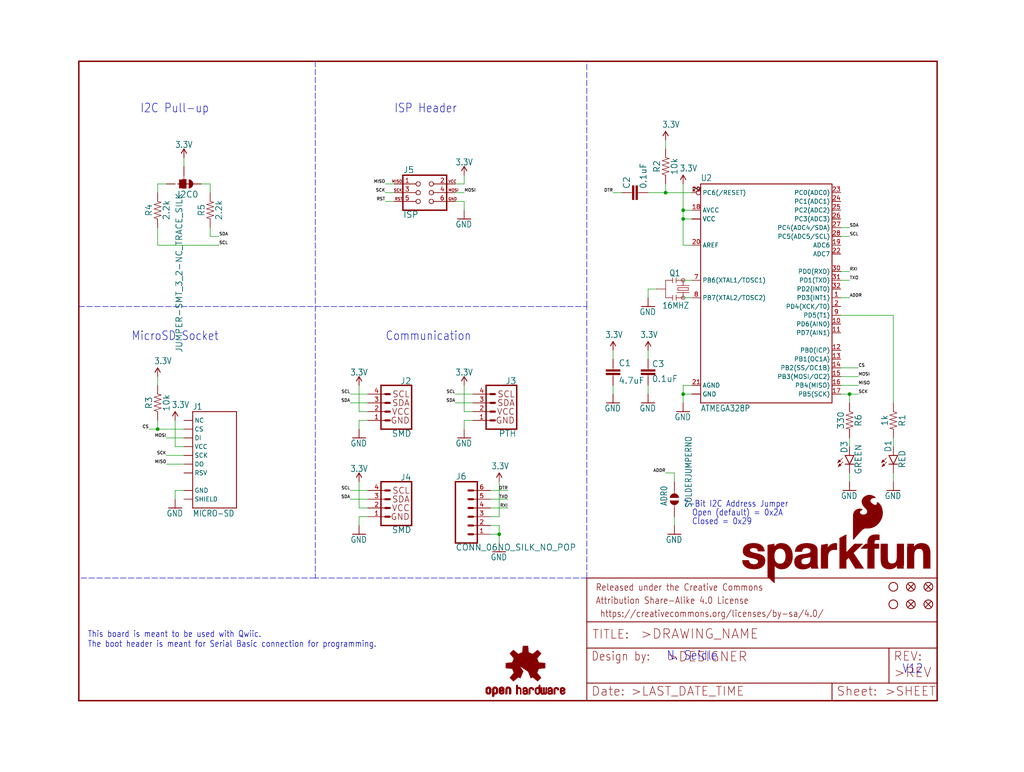
<source format=kicad_sch>
(kicad_sch (version 20211123) (generator eeschema)
  (paper "User" 297.002 223.926)
  (lib_symbols
    (symbol "eagleSchem-eagle-import:0.1UF-0603-25V-(+80{slash}-20%)"
      (property "Reference" "C" (at 1.524 2.921 0))
      (property "Value" "0.1UF-0603-25V-(+80{slash}-20%)" (at 1.524 -2.159 0))
      (symbol "0.1UF-0603-25V-(+80{slash}-20%)_1_0"
        (pin passive line (at 0 5.08 270) (length 2.54) (name "1") (number "1"))
        (pin passive line (at 0 -2.54 90) (length 2.54) (name "2") (number "2"))
      )
    )
    (symbol "eagleSchem-eagle-import:10KOHM-0603-1{slash}10W-1%"
      (property "Reference" "R" (at 0 1.524 0))
      (property "Value" "10KOHM-0603-1{slash}10W-1%" (at 0 -1.524 0))
      (symbol "10KOHM-0603-1{slash}10W-1%_1_0"
        (pin passive line (at -5.08 0 0) (length 2.54) (name "1") (number "1"))
        (pin passive line (at 5.08 0 180) (length 2.54) (name "2") (number "2"))
      )
    )
    (symbol "eagleSchem-eagle-import:1KOHM-0603-1{slash}10W-1%"
      (property "Reference" "R" (at 0 1.524 0))
      (property "Value" "1KOHM-0603-1{slash}10W-1%" (at 0 -1.524 0))
      (symbol "1KOHM-0603-1{slash}10W-1%_1_0"
        (pin passive line (at -5.08 0 0) (length 2.54) (name "1") (number "1"))
        (pin passive line (at 5.08 0 180) (length 2.54) (name "2") (number "2"))
      )
    )
    (symbol "eagleSchem-eagle-import:2.2KOHM-0603-1{slash}10W-1%"
      (property "Reference" "R" (at 0 1.524 0))
      (property "Value" "2.2KOHM-0603-1{slash}10W-1%" (at 0 -1.524 0))
      (symbol "2.2KOHM-0603-1{slash}10W-1%_1_0"
        (pin passive line (at -5.08 0 0) (length 2.54) (name "1") (number "1"))
        (pin passive line (at 5.08 0 180) (length 2.54) (name "2") (number "2"))
      )
    )
    (symbol "eagleSchem-eagle-import:3.3V" (power)
      (property "Value" "3.3V" (at 0 2.794 0))
      (symbol "3.3V_1_0"
        (pin power_in line (at 0 0 90) (length 2.54) (name "3.3V") (number "1"))
      )
    )
    (symbol "eagleSchem-eagle-import:330OHM-0603-1{slash}10W-1%"
      (property "Reference" "R" (at 0 1.524 0))
      (property "Value" "330OHM-0603-1{slash}10W-1%" (at 0 -1.524 0))
      (symbol "330OHM-0603-1{slash}10W-1%_1_0"
        (pin passive line (at -5.08 0 0) (length 2.54) (name "1") (number "1"))
        (pin passive line (at 5.08 0 180) (length 2.54) (name "2") (number "2"))
      )
    )
    (symbol "eagleSchem-eagle-import:4.7UF-0603-6.3V-(10%)"
      (property "Reference" "C" (at 1.524 2.921 0))
      (property "Value" "4.7UF-0603-6.3V-(10%)" (at 1.524 -2.159 0))
      (symbol "4.7UF-0603-6.3V-(10%)_1_0"
        (pin passive line (at 0 5.08 270) (length 2.54) (name "1") (number "1"))
        (pin passive line (at 0 -2.54 90) (length 2.54) (name "2") (number "2"))
      )
    )
    (symbol "eagleSchem-eagle-import:ATMEGA328P_TQFP"
      (property "Reference" "U" (at -20.32 33.782 0))
      (property "Value" "ATMEGA328P_TQFP" (at -20.32 -33.02 0))
      (symbol "ATMEGA328P_TQFP_1_0"
        (pin bidirectional line (at 20.32 0 180) (length 2.54) (name "PD3(INT1)") (number "1"))
        (pin bidirectional line (at 20.32 -7.62 180) (length 2.54) (name "PD6(AIN0)") (number "10"))
        (pin bidirectional line (at 20.32 -10.16 180) (length 2.54) (name "PD7(AIN1)") (number "11"))
        (pin bidirectional line (at 20.32 -15.24 180) (length 2.54) (name "PB0(ICP)") (number "12"))
        (pin bidirectional line (at 20.32 -17.78 180) (length 2.54) (name "PB1(OC1A)") (number "13"))
        (pin bidirectional line (at 20.32 -20.32 180) (length 2.54) (name "PB2(SS/OC1B)") (number "14"))
        (pin bidirectional line (at 20.32 -22.86 180) (length 2.54) (name "PB3(MOSI/OC2)") (number "15"))
        (pin bidirectional line (at 20.32 -25.4 180) (length 2.54) (name "PB4(MISO)") (number "16"))
        (pin bidirectional line (at 20.32 -27.94 180) (length 2.54) (name "PB5(SCK)") (number "17"))
        (pin bidirectional line (at -22.86 25.4 0) (length 2.54) (name "AVCC") (number "18"))
        (pin bidirectional line (at 20.32 15.24 180) (length 2.54) (name "ADC6") (number "19"))
        (pin bidirectional line (at 20.32 -2.54 180) (length 2.54) (name "PD4(XCK/T0)") (number "2"))
        (pin bidirectional line (at -22.86 15.24 0) (length 2.54) (name "AREF") (number "20"))
        (pin bidirectional line (at -22.86 -25.4 0) (length 2.54) (name "AGND") (number "21"))
        (pin bidirectional line (at 20.32 12.7 180) (length 2.54) (name "ADC7") (number "22"))
        (pin bidirectional line (at 20.32 30.48 180) (length 2.54) (name "PC0(ADC0)") (number "23"))
        (pin bidirectional line (at 20.32 27.94 180) (length 2.54) (name "PC1(ADC1)") (number "24"))
        (pin bidirectional line (at 20.32 25.4 180) (length 2.54) (name "PC2(ADC2)") (number "25"))
        (pin bidirectional line (at 20.32 22.86 180) (length 2.54) (name "PC3(ADC3)") (number "26"))
        (pin bidirectional line (at 20.32 20.32 180) (length 2.54) (name "PC4(ADC4/SDA)") (number "27"))
        (pin bidirectional line (at 20.32 17.78 180) (length 2.54) (name "PC5(ADC5/SCL)") (number "28"))
        (pin bidirectional inverted (at -22.86 30.48 0) (length 2.54) (name "PC6(/RESET)") (number "29"))
        (pin bidirectional line (at -22.86 -27.94 0) (length 2.54) (name "GND") (number "3"))
        (pin bidirectional line (at 20.32 7.62 180) (length 2.54) (name "PD0(RXD)") (number "30"))
        (pin bidirectional line (at 20.32 5.08 180) (length 2.54) (name "PD1(TXD)") (number "31"))
        (pin bidirectional line (at 20.32 2.54 180) (length 2.54) (name "PD2(INT0)") (number "32"))
        (pin bidirectional line (at -22.86 22.86 0) (length 2.54) (name "VCC") (number "4"))
        (pin bidirectional line (at -22.86 -27.94 0) (length 2.54) (name "GND") (number "5"))
        (pin bidirectional line (at -22.86 22.86 0) (length 2.54) (name "VCC") (number "6"))
        (pin bidirectional line (at -22.86 5.08 0) (length 2.54) (name "PB6(XTAL1/TOSC1)") (number "7"))
        (pin bidirectional line (at -22.86 0 0) (length 2.54) (name "PB7(XTAL2/TOSC2)") (number "8"))
        (pin bidirectional line (at 20.32 -5.08 180) (length 2.54) (name "PD5(T1)") (number "9"))
      )
    )
    (symbol "eagleSchem-eagle-import:AVR_SPI_PROG_3X2TESTPOINTS"
      (property "Reference" "J" (at -5.08 5.588 0))
      (property "Value" "AVR_SPI_PROG_3X2TESTPOINTS" (at -5.08 -7.366 0))
      (symbol "AVR_SPI_PROG_3X2TESTPOINTS_1_0"
        (text "GND" (at 8.001 -2.286 0) (effects (font (size 0.8128 0.8128)) (justify left bottom)))
        (text "MISO" (at -5.207 2.794 0) (effects (font (size 0.8128 0.8128)) (justify right bottom)))
        (text "MOSI" (at 8.001 0.254 0) (effects (font (size 0.8128 0.8128)) (justify left bottom)))
        (text "RST" (at -5.08 -2.286 0) (effects (font (size 0.8128 0.8128)) (justify right bottom)))
        (text "SCK" (at -5.207 0.254 0) (effects (font (size 0.8128 0.8128)) (justify right bottom)))
        (text "VCC" (at 8.001 2.794 0) (effects (font (size 0.8128 0.8128)) (justify left bottom)))
        (pin passive inverted (at -7.62 2.54 0) (length 7.62) (name "1") (number "1"))
        (pin passive inverted (at 10.16 2.54 180) (length 7.62) (name "2") (number "2"))
        (pin passive inverted (at -7.62 0 0) (length 7.62) (name "3") (number "3"))
        (pin passive inverted (at 10.16 0 180) (length 7.62) (name "4") (number "4"))
        (pin passive inverted (at -7.62 -2.54 0) (length 7.62) (name "5") (number "5"))
        (pin passive inverted (at 10.16 -2.54 180) (length 7.62) (name "6") (number "6"))
      )
    )
    (symbol "eagleSchem-eagle-import:CONN_06NO_SILK_NO_POP"
      (property "Reference" "J" (at -5.08 10.668 0))
      (property "Value" "CONN_06NO_SILK_NO_POP" (at -5.08 -9.906 0))
      (symbol "CONN_06NO_SILK_NO_POP_1_0"
        (pin passive line (at 5.08 -5.08 180) (length 5.08) (name "1") (number "1"))
        (pin passive line (at 5.08 -2.54 180) (length 5.08) (name "2") (number "2"))
        (pin passive line (at 5.08 0 180) (length 5.08) (name "3") (number "3"))
        (pin passive line (at 5.08 2.54 180) (length 5.08) (name "4") (number "4"))
        (pin passive line (at 5.08 5.08 180) (length 5.08) (name "5") (number "5"))
        (pin passive line (at 5.08 7.62 180) (length 5.08) (name "6") (number "6"))
      )
    )
    (symbol "eagleSchem-eagle-import:FIDUCIALUFIDUCIAL")
    (symbol "eagleSchem-eagle-import:FRAME-LETTER"
      (symbol "FRAME-LETTER_2_0"
        (text " https://creativecommons.org/licenses/by-sa/4.0/" (at 2.54 24.13 0) (effects (font (size 1.9304 1.6408)) (justify left bottom)))
        (text ">DESIGNER" (at 23.114 11.176 0) (effects (font (size 2.7432 2.7432)) (justify left bottom)))
        (text ">DRAWING_NAME" (at 15.494 17.78 0) (effects (font (size 2.7432 2.7432)) (justify left bottom)))
        (text ">LAST_DATE_TIME" (at 12.7 1.27 0) (effects (font (size 2.54 2.54)) (justify left bottom)))
        (text ">REV" (at 88.9 6.604 0) (effects (font (size 2.7432 2.7432)) (justify left bottom)))
        (text ">SHEET" (at 86.36 1.27 0) (effects (font (size 2.54 2.54)) (justify left bottom)))
        (text "Attribution Share-Alike 4.0 License" (at 2.54 27.94 0) (effects (font (size 1.9304 1.6408)) (justify left bottom)))
        (text "Date:" (at 1.27 1.27 0) (effects (font (size 2.54 2.54)) (justify left bottom)))
        (text "Design by:" (at 1.27 11.43 0) (effects (font (size 2.54 2.159)) (justify left bottom)))
        (text "Released under the Creative Commons" (at 2.54 31.75 0) (effects (font (size 1.9304 1.6408)) (justify left bottom)))
        (text "REV:" (at 88.9 11.43 0) (effects (font (size 2.54 2.54)) (justify left bottom)))
        (text "Sheet:" (at 72.39 1.27 0) (effects (font (size 2.54 2.54)) (justify left bottom)))
        (text "TITLE:" (at 1.524 17.78 0) (effects (font (size 2.54 2.54)) (justify left bottom)))
      )
    )
    (symbol "eagleSchem-eagle-import:GND" (power)
      (property "Value" "GND" (at -2.54 -2.54 0))
      (symbol "GND_1_0"
        (pin power_in line (at 0 2.54 270) (length 2.54) (name "GND") (number "1"))
      )
    )
    (symbol "eagleSchem-eagle-import:I2C_STANDARD_NO_SILK"
      (property "Reference" "J" (at -5.08 7.874 0))
      (property "Value" "I2C_STANDARD_NO_SILK" (at -5.08 -5.334 0))
      (symbol "I2C_STANDARD_NO_SILK_1_0"
        (text "GND" (at -4.572 -2.54 0) (effects (font (size 1.778 1.778)) (justify left)))
        (text "SCL" (at -4.572 5.08 0) (effects (font (size 1.778 1.778)) (justify left)))
        (text "SDA" (at -4.572 2.54 0) (effects (font (size 1.778 1.778)) (justify left)))
        (text "VCC" (at -4.572 0 0) (effects (font (size 1.778 1.778)) (justify left)))
        (pin power_in line (at 7.62 -2.54 180) (length 5.08) (name "GND") (number "1"))
        (pin power_in line (at 7.62 0 180) (length 5.08) (name "VCC") (number "2"))
        (pin passive line (at 7.62 2.54 180) (length 5.08) (name "SDA") (number "3"))
        (pin passive line (at 7.62 5.08 180) (length 5.08) (name "SCL") (number "4"))
      )
    )
    (symbol "eagleSchem-eagle-import:JUMPER-SMT_3_2-NC_TRACE_SILK"
      (property "Reference" "JP" (at 2.54 0.381 0))
      (property "Value" "JUMPER-SMT_3_2-NC_TRACE_SILK" (at 2.54 -0.381 0))
      (symbol "JUMPER-SMT_3_2-NC_TRACE_SILK_1_0"
        (pin passive line (at 0 5.08 270) (length 2.54) (name "1") (number "1"))
        (pin passive line (at -5.08 0 0) (length 2.54) (name "2") (number "2"))
        (pin passive line (at 0 -5.08 90) (length 2.54) (name "3") (number "3"))
      )
    )
    (symbol "eagleSchem-eagle-import:LED-GREEN0603"
      (property "Reference" "D" (at -3.429 -4.572 90))
      (property "Value" "LED-GREEN0603" (at 1.905 -4.572 90))
      (symbol "LED-GREEN0603_1_0"
        (pin passive line (at 0 2.54 270) (length 2.54) (name "A") (number "A"))
        (pin passive line (at 0 -5.08 90) (length 2.54) (name "C") (number "C"))
      )
    )
    (symbol "eagleSchem-eagle-import:LED-RED0603"
      (property "Reference" "D" (at -3.429 -4.572 90))
      (property "Value" "LED-RED0603" (at 1.905 -4.572 90))
      (symbol "LED-RED0603_1_0"
        (pin passive line (at 0 2.54 270) (length 2.54) (name "A") (number "A"))
        (pin passive line (at 0 -5.08 90) (length 2.54) (name "C") (number "C"))
      )
    )
    (symbol "eagleSchem-eagle-import:MICRO-SD_CARD_SOCKETPUSH-PUSH"
      (property "Reference" "J" (at -5.08 15.748 0))
      (property "Value" "MICRO-SD_CARD_SOCKETPUSH-PUSH" (at -5.08 -15.24 0))
      (symbol "MICRO-SD_CARD_SOCKETPUSH-PUSH_1_0"
        (pin bidirectional line (at -7.62 -10.16 0) (length 2.54) (name "SHIELD") (number "CD1"))
        (pin bidirectional line (at -7.62 10.16 0) (length 2.54) (name "CS") (number "CS"))
        (pin bidirectional line (at -7.62 7.62 0) (length 2.54) (name "DI") (number "DI"))
        (pin bidirectional line (at -7.62 0 0) (length 2.54) (name "DO") (number "DO"))
        (pin bidirectional line (at -7.62 -7.62 0) (length 2.54) (name "GND") (number "GND"))
        (pin bidirectional line (at -7.62 -2.54 0) (length 2.54) (name "RSV") (number "RSV1"))
        (pin bidirectional line (at -7.62 12.7 0) (length 2.54) (name "NC") (number "RSV2"))
        (pin bidirectional line (at -7.62 2.54 0) (length 2.54) (name "SCK") (number "SCLK"))
        (pin bidirectional line (at -7.62 5.08 0) (length 2.54) (name "VCC") (number "VCC"))
      )
    )
    (symbol "eagleSchem-eagle-import:OSHW-LOGOMINI")
    (symbol "eagleSchem-eagle-import:QWIIC_CONNECTORJS-1MM"
      (property "Reference" "J" (at -5.08 7.874 0))
      (property "Value" "QWIIC_CONNECTORJS-1MM" (at -5.08 -5.334 0))
      (symbol "QWIIC_CONNECTORJS-1MM_1_0"
        (text "GND" (at -4.572 -2.54 0) (effects (font (size 1.778 1.778)) (justify left)))
        (text "SCL" (at -4.572 5.08 0) (effects (font (size 1.778 1.778)) (justify left)))
        (text "SDA" (at -4.572 2.54 0) (effects (font (size 1.778 1.778)) (justify left)))
        (text "VCC" (at -4.572 0 0) (effects (font (size 1.778 1.778)) (justify left)))
        (pin power_in line (at 7.62 -2.54 180) (length 5.08) (name "1") (number "1"))
        (pin power_in line (at 7.62 0 180) (length 5.08) (name "2") (number "2"))
        (pin passive line (at 7.62 2.54 180) (length 5.08) (name "3") (number "3"))
        (pin passive line (at 7.62 5.08 180) (length 5.08) (name "4") (number "4"))
      )
    )
    (symbol "eagleSchem-eagle-import:RESONATOR16MHZ"
      (property "Reference" "Y" (at 2.54 1.016 0))
      (property "Value" "RESONATOR16MHZ" (at 2.54 -7.62 0))
      (symbol "RESONATOR16MHZ_1_0"
        (pin passive line (at -2.54 0 0) (length 0) (name "1") (number "1"))
        (pin passive line (at 0 -7.62 90) (length 0) (name "2") (number "2"))
        (pin passive line (at 2.54 0 180) (length 0) (name "3") (number "3"))
      )
    )
    (symbol "eagleSchem-eagle-import:SFE_LOGO_FLAME.1_INCH")
    (symbol "eagleSchem-eagle-import:SFE_LOGO_NAME_FLAME.1_INCH")
    (symbol "eagleSchem-eagle-import:SOLDERJUMPERNO"
      (property "Reference" "SJ" (at -2.54 2.54 0))
      (property "Value" "SOLDERJUMPERNO" (at -2.54 -5.08 0))
      (symbol "SOLDERJUMPERNO_1_0"
        (pin passive line (at -5.08 0 0) (length 2.54) (name "1") (number "1"))
        (pin passive line (at 5.08 0 180) (length 2.54) (name "2") (number "2"))
      )
    )
    (symbol "eagleSchem-eagle-import:STAND-OFF")
  )
  (junction (at 45.72 124.46))
  (junction (at 246.38 114.3))
  (junction (at 198.12 60.96))
  (junction (at 198.12 114.3))
  (junction (at 193.04 55.88))
  (junction (at 144.78 154.94))
  (junction (at 198.12 63.5))
  (wire (pts (xy 200.66 114.3) (xy 198.12 114.3)))
  (wire (pts (xy 104.14 119.38) (xy 104.14 111.76)))
  (wire (pts (xy 137.16 119.38) (xy 134.62 119.38)))
  (wire (pts (xy 142.24 142.24) (xy 147.32 142.24)))
  (wire (pts (xy 106.68 144.78) (xy 101.6 144.78)))
  (wire (pts (xy 142.24 144.78) (xy 147.32 144.78)))
  (wire (pts (xy 114.3 55.88) (xy 111.76 55.88)))
  (wire (pts (xy 53.34 129.54) (xy 50.8 129.54)))
  (wire (pts (xy 195.58 139.7) (xy 195.58 137.16)))
  (wire (pts (xy 53.34 134.62) (xy 48.26 134.62)))
  (wire (pts (xy 53.34 127) (xy 48.26 127)))
  (wire (pts (xy 187.96 86.36) (xy 187.96 83.82)))
  (wire (pts (xy 106.68 121.92) (xy 104.14 121.92)))
  (wire (pts (xy 177.8 101.6) (xy 177.8 104.14)))
  (wire (pts (xy 243.84 66.04) (xy 246.38 66.04)))
  (wire (pts (xy 142.24 154.94) (xy 144.78 154.94)))
  (wire (pts (xy 187.96 83.82) (xy 190.5 83.82)))
  (wire (pts (xy 50.8 142.24) (xy 50.8 144.78)))
  (wire (pts (xy 200.66 60.96) (xy 198.12 60.96)))
  (polyline (pts (xy 22.86 88.9) (xy 170.18 88.9)))
  (wire (pts (xy 134.62 119.38) (xy 134.62 111.76)))
  (wire (pts (xy 132.08 58.42) (xy 134.62 58.42)))
  (wire (pts (xy 60.96 68.58) (xy 60.96 66.04)))
  (wire (pts (xy 53.34 142.24) (xy 50.8 142.24)))
  (wire (pts (xy 243.84 81.28) (xy 246.38 81.28)))
  (wire (pts (xy 142.24 147.32) (xy 147.32 147.32)))
  (wire (pts (xy 200.66 71.12) (xy 198.12 71.12)))
  (wire (pts (xy 193.04 55.88) (xy 187.96 55.88)))
  (wire (pts (xy 243.84 91.44) (xy 259.08 91.44)))
  (wire (pts (xy 45.72 53.34) (xy 48.26 53.34)))
  (wire (pts (xy 106.68 114.3) (xy 101.6 114.3)))
  (wire (pts (xy 106.68 119.38) (xy 104.14 119.38)))
  (wire (pts (xy 198.12 71.12) (xy 198.12 63.5)))
  (wire (pts (xy 198.12 63.5) (xy 198.12 60.96)))
  (wire (pts (xy 45.72 71.12) (xy 63.5 71.12)))
  (wire (pts (xy 144.78 149.86) (xy 144.78 139.7)))
  (wire (pts (xy 144.78 154.94) (xy 144.78 157.48)))
  (wire (pts (xy 104.14 149.86) (xy 104.14 152.4)))
  (wire (pts (xy 45.72 124.46) (xy 43.18 124.46)))
  (wire (pts (xy 177.8 114.3) (xy 177.8 111.76)))
  (wire (pts (xy 198.12 114.3) (xy 198.12 111.76)))
  (wire (pts (xy 60.96 68.58) (xy 63.5 68.58)))
  (wire (pts (xy 104.14 121.92) (xy 104.14 124.46)))
  (wire (pts (xy 198.12 81.28) (xy 200.66 81.28)))
  (wire (pts (xy 200.66 111.76) (xy 198.12 111.76)))
  (wire (pts (xy 198.12 60.96) (xy 198.12 53.34)))
  (wire (pts (xy 104.14 147.32) (xy 104.14 139.7)))
  (wire (pts (xy 53.34 45.72) (xy 53.34 48.26)))
  (wire (pts (xy 114.3 58.42) (xy 111.76 58.42)))
  (wire (pts (xy 243.84 114.3) (xy 246.38 114.3)))
  (wire (pts (xy 259.08 91.44) (xy 259.08 116.84)))
  (wire (pts (xy 180.34 55.88) (xy 177.8 55.88)))
  (wire (pts (xy 60.96 55.88) (xy 60.96 53.34)))
  (wire (pts (xy 187.96 101.6) (xy 187.96 104.14)))
  (polyline (pts (xy 170.18 167.64) (xy 170.18 88.9)))
  (wire (pts (xy 134.62 121.92) (xy 134.62 124.46)))
  (wire (pts (xy 106.68 116.84) (xy 101.6 116.84)))
  (wire (pts (xy 198.12 114.3) (xy 198.12 116.84)))
  (wire (pts (xy 200.66 63.5) (xy 198.12 63.5)))
  (wire (pts (xy 193.04 137.16) (xy 195.58 137.16)))
  (wire (pts (xy 243.84 68.58) (xy 246.38 68.58)))
  (wire (pts (xy 193.04 40.64) (xy 193.04 43.18)))
  (wire (pts (xy 137.16 114.3) (xy 132.08 114.3)))
  (polyline (pts (xy 170.18 167.64) (xy 91.44 167.64)))
  (wire (pts (xy 243.84 111.76) (xy 248.92 111.76)))
  (wire (pts (xy 142.24 149.86) (xy 144.78 149.86)))
  (wire (pts (xy 187.96 114.3) (xy 187.96 111.76)))
  (wire (pts (xy 106.68 149.86) (xy 104.14 149.86)))
  (wire (pts (xy 193.04 53.34) (xy 193.04 55.88)))
  (wire (pts (xy 137.16 116.84) (xy 132.08 116.84)))
  (wire (pts (xy 134.62 58.42) (xy 134.62 60.96)))
  (polyline (pts (xy 91.44 17.78) (xy 91.44 167.64)))
  (wire (pts (xy 50.8 129.54) (xy 50.8 121.92)))
  (wire (pts (xy 243.84 86.36) (xy 246.38 86.36)))
  (wire (pts (xy 243.84 106.68) (xy 248.92 106.68)))
  (wire (pts (xy 246.38 127) (xy 246.38 129.54)))
  (wire (pts (xy 53.34 124.46) (xy 45.72 124.46)))
  (wire (pts (xy 243.84 109.22) (xy 248.92 109.22)))
  (wire (pts (xy 137.16 121.92) (xy 134.62 121.92)))
  (wire (pts (xy 106.68 147.32) (xy 104.14 147.32)))
  (wire (pts (xy 53.34 132.08) (xy 48.26 132.08)))
  (wire (pts (xy 195.58 152.4) (xy 195.58 149.86)))
  (wire (pts (xy 246.38 114.3) (xy 248.92 114.3)))
  (polyline (pts (xy 170.18 88.9) (xy 170.18 17.78)))
  (wire (pts (xy 45.72 121.92) (xy 45.72 124.46)))
  (wire (pts (xy 259.08 129.54) (xy 259.08 127)))
  (wire (pts (xy 45.72 111.76) (xy 45.72 109.22)))
  (wire (pts (xy 60.96 53.34) (xy 58.42 53.34)))
  (wire (pts (xy 106.68 142.24) (xy 101.6 142.24)))
  (wire (pts (xy 114.3 53.34) (xy 111.76 53.34)))
  (wire (pts (xy 200.66 55.88) (xy 193.04 55.88)))
  (wire (pts (xy 45.72 55.88) (xy 45.72 53.34)))
  (polyline (pts (xy 91.44 167.64) (xy 22.86 167.64)))
  (wire (pts (xy 243.84 78.74) (xy 246.38 78.74)))
  (wire (pts (xy 142.24 152.4) (xy 144.78 152.4)))
  (wire (pts (xy 134.62 53.34) (xy 134.62 50.8)))
  (wire (pts (xy 246.38 114.3) (xy 246.38 116.84)))
  (wire (pts (xy 45.72 71.12) (xy 45.72 66.04)))
  (wire (pts (xy 144.78 152.4) (xy 144.78 154.94)))
  (wire (pts (xy 246.38 139.7) (xy 246.38 137.16)))
  (wire (pts (xy 259.08 137.16) (xy 259.08 139.7)))
  (wire (pts (xy 132.08 55.88) (xy 134.62 55.88)))
  (wire (pts (xy 198.12 86.36) (xy 200.66 86.36)))
  (wire (pts (xy 132.08 53.34) (xy 134.62 53.34)))
  (text "This board is meant to be used with Qwiic.\nThe boot header is meant for Serial Basic connection for programming." (at 25.4 187.96 0) (effects (font (size 1.778 1.5113)) (justify left bottom)))
  (text "N. Seidle" (at 193.294 191.77 180) (effects (font (size 2.54 2.159)) (justify left bottom)))
  (text "Closed = 0x29" (at 200.66 152.4 180) (effects (font (size 1.778 1.5113)) (justify left bottom)))
  (text "I2C Pull-up" (at 40.64 33.02 180) (effects (font (size 2.54 2.159)) (justify left bottom)))
  (text "MicroSD Socket" (at 38.1 99.06 180) (effects (font (size 2.54 2.159)) (justify left bottom)))
  (text "Communication" (at 111.76 99.06 180) (effects (font (size 2.54 2.159)) (justify left bottom)))
  (text "7-Bit I2C Address Jumper" (at 198.12 147.32 180) (effects (font (size 1.778 1.5113)) (justify left bottom)))
  (text "V12" (at 261.62 195.58 180) (effects (font (size 2.54 2.159)) (justify left bottom)))
  (text "ISP Header" (at 114.3 33.02 180) (effects (font (size 2.54 2.159)) (justify left bottom)))
  (text "Open (default) = 0x2A" (at 200.66 149.86 180) (effects (font (size 1.778 1.5113)) (justify left bottom)))
  (label "RXI" (at 147.32 147.32 180) (effects (font (size 0.889 0.889))))
  (label "SDA" (at 101.6 144.78 180) (effects (font (size 0.889 0.889))))
  (label "RXI" (at 246.38 78.74 0) (effects (font (size 0.889 0.889))))
  (label "SDA" (at 63.5 68.58 0) (effects (font (size 0.889 0.889))))
  (label "ADDR" (at 246.38 86.36 0) (effects (font (size 0.889 0.889))))
  (label "SCL" (at 101.6 142.24 180) (effects (font (size 0.889 0.889))))
  (label "TXO" (at 246.38 81.28 0) (effects (font (size 0.889 0.889))))
  (label "SDA" (at 246.38 66.04 0) (effects (font (size 0.889 0.889))))
  (label "SDA" (at 101.6 116.84 180) (effects (font (size 0.889 0.889))))
  (label "MISO" (at 48.26 134.62 180) (effects (font (size 0.889 0.889))))
  (label "MOSI" (at 248.92 109.22 0) (effects (font (size 0.889 0.889))))
  (label "SCL" (at 132.08 114.3 180) (effects (font (size 0.889 0.889))))
  (label "SDA" (at 132.08 116.84 180) (effects (font (size 0.889 0.889))))
  (label "SCK" (at 48.26 132.08 180) (effects (font (size 0.889 0.889))))
  (label "TXO" (at 147.32 144.78 180) (effects (font (size 0.889 0.889))))
  (label "DTR" (at 147.32 142.24 180) (effects (font (size 0.889 0.889))))
  (label "SCL" (at 101.6 114.3 180) (effects (font (size 0.889 0.889))))
  (label "RST" (at 200.66 55.88 0) (effects (font (size 1.016 1.016))))
  (label "MOSI" (at 134.62 55.88 0) (effects (font (size 0.889 0.889))))
  (label "SCL" (at 246.38 68.58 0) (effects (font (size 0.889 0.889))))
  (label "CS" (at 248.92 106.68 0) (effects (font (size 0.889 0.889))))
  (label "DTR" (at 177.8 55.88 180) (effects (font (size 0.889 0.889))))
  (label "MISO" (at 248.92 111.76 0) (effects (font (size 0.889 0.889))))
  (label "MOSI" (at 48.26 127 180) (effects (font (size 0.889 0.889))))
  (label "RST" (at 111.76 58.42 180) (effects (font (size 0.889 0.889))))
  (label "SCK" (at 111.76 55.88 180) (effects (font (size 0.889 0.889))))
  (label "SCK" (at 248.92 114.3 0) (effects (font (size 0.889 0.889))))
  (label "CS" (at 43.18 124.46 180) (effects (font (size 0.889 0.889))))
  (label "SCL" (at 63.5 71.12 0) (effects (font (size 0.889 0.889))))
  (label "ADDR" (at 193.04 137.16 180) (effects (font (size 0.889 0.889))))
  (label "MISO" (at 111.76 53.34 180) (effects (font (size 0.889 0.889))))
  (symbol (lib_id "eagleSchem-eagle-import:1KOHM-0603-1{slash}10W-1%") (at 259.08 121.92 270) (unit 1)
    (property "Reference" "R1" (at 260.604 121.92 0) (effects (font (size 1.778 1.778)) (justify bottom)))
    (property "Value" "1k" (at 257.556 121.92 0) (effects (font (size 1.778 1.778)) (justify top)))
    (property "Footprint" "eagleSchem:0603" (effects hide))
  )
  (symbol (lib_id "eagleSchem-eagle-import:3.3V") (at 134.62 50.8 0) (unit 1)
    (property "Reference" "#SUPPLY2" (effects hide))
    (property "Value" "3.3V" (at 134.62 48.006 0) (effects (font (size 1.778 1.5113)) (justify bottom)))
    (property "Footprint" "eagleSchem:" (effects hide))
  )
  (symbol (lib_id "eagleSchem-eagle-import:2.2KOHM-0603-1{slash}10W-1%") (at 45.72 60.96 90) (unit 1)
    (property "Reference" "R4" (at 44.196 60.96 0) (effects (font (size 1.778 1.778)) (justify bottom)))
    (property "Value" "2.2k" (at 47.244 60.96 0) (effects (font (size 1.778 1.778)) (justify top)))
    (property "Footprint" "eagleSchem:0603" (effects hide))
  )
  (symbol (lib_id "eagleSchem-eagle-import:STAND-OFF") (at 259.08 170.18 0) (unit 1)
    (property "Reference" "JP3" (effects hide))
    (property "Value" "STAND-OFF" (effects hide))
    (property "Footprint" "eagleSchem:STAND-OFF" (effects hide))
  )
  (symbol (lib_id "eagleSchem-eagle-import:STAND-OFF") (at 259.08 175.26 0) (unit 1)
    (property "Reference" "JP4" (effects hide))
    (property "Value" "STAND-OFF" (effects hide))
    (property "Footprint" "eagleSchem:STAND-OFF" (effects hide))
  )
  (symbol (lib_id "eagleSchem-eagle-import:3.3V") (at 45.72 109.22 0) (unit 1)
    (property "Reference" "#P+5" (effects hide))
    (property "Value" "3.3V" (at 44.704 105.664 0) (effects (font (size 1.778 1.5113)) (justify left bottom)))
    (property "Footprint" "eagleSchem:" (effects hide))
  )
  (symbol (lib_id "eagleSchem-eagle-import:3.3V") (at 104.14 111.76 0) (unit 1)
    (property "Reference" "#SUPPLY4" (effects hide))
    (property "Value" "3.3V" (at 104.14 108.966 0) (effects (font (size 1.778 1.5113)) (justify bottom)))
    (property "Footprint" "eagleSchem:" (effects hide))
  )
  (symbol (lib_id "eagleSchem-eagle-import:GND") (at 195.58 154.94 0) (unit 1)
    (property "Reference" "#GND10" (effects hide))
    (property "Value" "GND" (at 193.04 157.48 0) (effects (font (size 1.778 1.5113)) (justify left bottom)))
    (property "Footprint" "eagleSchem:" (effects hide))
  )
  (symbol (lib_id "eagleSchem-eagle-import:FIDUCIALUFIDUCIAL") (at 264.16 175.26 0) (unit 1)
    (property "Reference" "FID4" (effects hide))
    (property "Value" "FIDUCIALUFIDUCIAL" (effects hide))
    (property "Footprint" "eagleSchem:FIDUCIAL-MICRO" (effects hide))
  )
  (symbol (lib_id "eagleSchem-eagle-import:3.3V") (at 177.8 101.6 0) (unit 1)
    (property "Reference" "#P+3" (effects hide))
    (property "Value" "3.3V" (at 175.514 98.044 0) (effects (font (size 1.778 1.5113)) (justify left bottom)))
    (property "Footprint" "eagleSchem:" (effects hide))
  )
  (symbol (lib_id "eagleSchem-eagle-import:GND") (at 187.96 116.84 0) (unit 1)
    (property "Reference" "#GND1" (effects hide))
    (property "Value" "GND" (at 185.42 119.38 0) (effects (font (size 1.778 1.5113)) (justify left bottom)))
    (property "Footprint" "eagleSchem:" (effects hide))
  )
  (symbol (lib_id "eagleSchem-eagle-import:10KOHM-0603-1{slash}10W-1%") (at 193.04 48.26 90) (unit 1)
    (property "Reference" "R2" (at 191.516 48.26 0) (effects (font (size 1.778 1.778)) (justify bottom)))
    (property "Value" "10k" (at 194.564 48.26 0) (effects (font (size 1.778 1.778)) (justify top)))
    (property "Footprint" "eagleSchem:0603" (effects hide))
  )
  (symbol (lib_id "eagleSchem-eagle-import:QWIIC_CONNECTORJS-1MM") (at 114.3 119.38 0) (mirror y) (unit 1)
    (property "Reference" "J2" (at 119.38 111.506 0) (effects (font (size 1.778 1.778)) (justify left bottom)))
    (property "Value" "SMD" (at 119.38 124.714 0) (effects (font (size 1.778 1.778)) (justify left top)))
    (property "Footprint" "eagleSchem:1X04_1MM_RA" (effects hide))
  )
  (symbol (lib_id "eagleSchem-eagle-import:3.3V") (at 53.34 45.72 0) (unit 1)
    (property "Reference" "#SUPPLY1" (effects hide))
    (property "Value" "3.3V" (at 53.34 42.926 0) (effects (font (size 1.778 1.5113)) (justify bottom)))
    (property "Footprint" "eagleSchem:" (effects hide))
  )
  (symbol (lib_id "eagleSchem-eagle-import:JUMPER-SMT_3_2-NC_TRACE_SILK") (at 53.34 53.34 270) (unit 1)
    (property "Reference" "I2C0" (at 51.308 57.404 90) (effects (font (size 1.778 1.778)) (justify left bottom)))
    (property "Value" "JUMPER-SMT_3_2-NC_TRACE_SILK" (at 52.959 55.88 0) (effects (font (size 1.778 1.778)) (justify left top)))
    (property "Footprint" "eagleSchem:SMT-JUMPER_3_2-NC_TRACE_SILK" (effects hide))
  )
  (symbol (lib_id "eagleSchem-eagle-import:FIDUCIALUFIDUCIAL") (at 264.16 170.18 0) (unit 1)
    (property "Reference" "FID1" (effects hide))
    (property "Value" "FIDUCIALUFIDUCIAL" (effects hide))
    (property "Footprint" "eagleSchem:FIDUCIAL-MICRO" (effects hide))
  )
  (symbol (lib_id "eagleSchem-eagle-import:SFE_LOGO_NAME_FLAME.1_INCH") (at 214.63 169.418 0) (unit 1)
    (property "Reference" "LOGO4" (effects hide))
    (property "Value" "SFE_LOGO_NAME_FLAME.1_INCH" (effects hide))
    (property "Footprint" "eagleSchem:SFE_LOGO_NAME_FLAME_.1" (effects hide))
  )
  (symbol (lib_id "eagleSchem-eagle-import:LED-RED0603") (at 259.08 132.08 0) (unit 1)
    (property "Reference" "D1" (at 256.54 127.508 90) (effects (font (size 1.778 1.778)) (justify right top)))
    (property "Value" "RED" (at 262.636 135.89 90) (effects (font (size 1.778 1.778)) (justify left bottom)))
    (property "Footprint" "eagleSchem:LED-0603" (effects hide))
  )
  (symbol (lib_id "eagleSchem-eagle-import:SFE_LOGO_FLAME.1_INCH") (at 247.142 156.972 0) (unit 1)
    (property "Reference" "LOGO1" (effects hide))
    (property "Value" "SFE_LOGO_FLAME.1_INCH" (effects hide))
    (property "Footprint" "eagleSchem:SFE_LOGO_FLAME_.1" (effects hide))
  )
  (symbol (lib_id "eagleSchem-eagle-import:OSHW-LOGOMINI") (at 152.4 193.04 0) (unit 1)
    (property "Reference" "LOGO2" (effects hide))
    (property "Value" "OSHW-LOGOMINI" (effects hide))
    (property "Footprint" "eagleSchem:OSHW-LOGO-MINI" (effects hide))
  )
  (symbol (lib_id "eagleSchem-eagle-import:GND") (at 187.96 88.9 0) (unit 1)
    (property "Reference" "#GND4" (effects hide))
    (property "Value" "GND" (at 185.42 91.44 0) (effects (font (size 1.778 1.5113)) (justify left bottom)))
    (property "Footprint" "eagleSchem:" (effects hide))
  )
  (symbol (lib_id "eagleSchem-eagle-import:FIDUCIALUFIDUCIAL") (at 269.24 170.18 0) (unit 1)
    (property "Reference" "FID2" (effects hide))
    (property "Value" "FIDUCIALUFIDUCIAL" (effects hide))
    (property "Footprint" "eagleSchem:FIDUCIAL-MICRO" (effects hide))
  )
  (symbol (lib_id "eagleSchem-eagle-import:0.1UF-0603-25V-(+80{slash}-20%)") (at 182.88 55.88 270) (unit 1)
    (property "Reference" "C2" (at 182.753 54.864 0) (effects (font (size 1.778 1.778)) (justify right top)))
    (property "Value" "0.1uF" (at 187.579 54.864 0) (effects (font (size 1.778 1.778)) (justify right top)))
    (property "Footprint" "eagleSchem:0603" (effects hide))
  )
  (symbol (lib_id "eagleSchem-eagle-import:CONN_06NO_SILK_NO_POP") (at 137.16 149.86 0) (unit 1)
    (property "Reference" "J6" (at 132.08 139.192 0) (effects (font (size 1.778 1.778)) (justify left bottom)))
    (property "Value" "CONN_06NO_SILK_NO_POP" (at 132.08 159.766 0) (effects (font (size 1.778 1.778)) (justify left bottom)))
    (property "Footprint" "eagleSchem:1X06_NO_SILK" (effects hide))
  )
  (symbol (lib_id "eagleSchem-eagle-import:I2C_STANDARD_NO_SILK") (at 144.78 119.38 0) (mirror y) (unit 1)
    (property "Reference" "J3" (at 149.86 111.506 0) (effects (font (size 1.778 1.778)) (justify left bottom)))
    (property "Value" "PTH" (at 149.86 124.714 0) (effects (font (size 1.778 1.778)) (justify left top)))
    (property "Footprint" "eagleSchem:1X04_NO_SILK" (effects hide))
  )
  (symbol (lib_id "eagleSchem-eagle-import:3.3V") (at 134.62 111.76 0) (unit 1)
    (property "Reference" "#SUPPLY7" (effects hide))
    (property "Value" "3.3V" (at 134.62 108.966 0) (effects (font (size 1.778 1.5113)) (justify bottom)))
    (property "Footprint" "eagleSchem:" (effects hide))
  )
  (symbol (lib_id "eagleSchem-eagle-import:LED-GREEN0603") (at 246.38 132.08 0) (unit 1)
    (property "Reference" "D3" (at 243.84 127.762 90) (effects (font (size 1.778 1.778)) (justify right top)))
    (property "Value" "GREEN" (at 249.936 137.668 90) (effects (font (size 1.778 1.778)) (justify left bottom)))
    (property "Footprint" "eagleSchem:LED-0603" (effects hide))
  )
  (symbol (lib_id "eagleSchem-eagle-import:2.2KOHM-0603-1{slash}10W-1%") (at 60.96 60.96 90) (unit 1)
    (property "Reference" "R5" (at 59.436 60.96 0) (effects (font (size 1.778 1.778)) (justify bottom)))
    (property "Value" "2.2k" (at 62.484 60.96 0) (effects (font (size 1.778 1.778)) (justify top)))
    (property "Footprint" "eagleSchem:0603" (effects hide))
  )
  (symbol (lib_id "eagleSchem-eagle-import:GND") (at 50.8 147.32 0) (unit 1)
    (property "Reference" "#GND3" (effects hide))
    (property "Value" "GND" (at 48.26 149.86 0) (effects (font (size 1.778 1.5113)) (justify left bottom)))
    (property "Footprint" "eagleSchem:" (effects hide))
  )
  (symbol (lib_id "eagleSchem-eagle-import:10KOHM-0603-1{slash}10W-1%") (at 45.72 116.84 90) (unit 1)
    (property "Reference" "R3" (at 44.196 116.84 0) (effects (font (size 1.778 1.778)) (justify bottom)))
    (property "Value" "10k" (at 47.244 116.84 0) (effects (font (size 1.778 1.778)) (justify top)))
    (property "Footprint" "eagleSchem:0603" (effects hide))
  )
  (symbol (lib_id "eagleSchem-eagle-import:4.7UF-0603-6.3V-(10%)") (at 177.8 109.22 0) (unit 1)
    (property "Reference" "C1" (at 179.324 106.299 0) (effects (font (size 1.778 1.778)) (justify left bottom)))
    (property "Value" "4.7uF" (at 179.324 111.379 0) (effects (font (size 1.778 1.778)) (justify left bottom)))
    (property "Footprint" "eagleSchem:0603" (effects hide))
  )
  (symbol (lib_id "eagleSchem-eagle-import:3.3V") (at 50.8 121.92 0) (unit 1)
    (property "Reference" "#P+2" (effects hide))
    (property "Value" "3.3V" (at 49.784 118.364 0) (effects (font (size 1.778 1.5113)) (justify left bottom)))
    (property "Footprint" "eagleSchem:" (effects hide))
  )
  (symbol (lib_id "eagleSchem-eagle-import:GND") (at 134.62 63.5 0) (unit 1)
    (property "Reference" "#GND9" (effects hide))
    (property "Value" "GND" (at 132.08 66.04 0) (effects (font (size 1.778 1.5113)) (justify left bottom)))
    (property "Footprint" "eagleSchem:" (effects hide))
  )
  (symbol (lib_id "eagleSchem-eagle-import:330OHM-0603-1{slash}10W-1%") (at 246.38 121.92 270) (unit 1)
    (property "Reference" "R6" (at 247.904 121.92 0) (effects (font (size 1.778 1.778)) (justify bottom)))
    (property "Value" "330" (at 244.856 121.92 0) (effects (font (size 1.778 1.778)) (justify top)))
    (property "Footprint" "eagleSchem:0603" (effects hide))
  )
  (symbol (lib_id "eagleSchem-eagle-import:GND") (at 198.12 119.38 0) (unit 1)
    (property "Reference" "#GND5" (effects hide))
    (property "Value" "GND" (at 195.58 121.92 0) (effects (font (size 1.778 1.5113)) (justify left bottom)))
    (property "Footprint" "eagleSchem:" (effects hide))
  )
  (symbol (lib_id "eagleSchem-eagle-import:MICRO-SD_CARD_SOCKETPUSH-PUSH") (at 60.96 134.62 0) (unit 1)
    (property "Reference" "J1" (at 55.88 118.872 0) (effects (font (size 1.778 1.5113)) (justify left bottom)))
    (property "Value" "MICRO-SD" (at 55.88 149.86 0) (effects (font (size 1.778 1.5113)) (justify left bottom)))
    (property "Footprint" "eagleSchem:MICRO-SD-SOCKET" (effects hide))
  )
  (symbol (lib_id "eagleSchem-eagle-import:SOLDERJUMPERNO") (at 195.58 144.78 90) (unit 1)
    (property "Reference" "ADR0" (at 193.548 146.812 0) (effects (font (size 1.778 1.5113)) (justify left bottom)))
    (property "Value" "SOLDERJUMPERNO" (at 200.66 147.32 0) (effects (font (size 1.778 1.5113)) (justify left bottom)))
    (property "Footprint" "eagleSchem:SJ_2S-NO" (effects hide))
  )
  (symbol (lib_id "eagleSchem-eagle-import:0.1UF-0603-25V-(+80{slash}-20%)") (at 187.96 106.68 180) (unit 1)
    (property "Reference" "C3" (at 188.976 106.553 0) (effects (font (size 1.778 1.778)) (justify right top)))
    (property "Value" "0.1uF" (at 188.976 110.871 0) (effects (font (size 1.778 1.778)) (justify right top)))
    (property "Footprint" "eagleSchem:0603" (effects hide))
  )
  (symbol (lib_id "eagleSchem-eagle-import:FIDUCIALUFIDUCIAL") (at 269.24 175.26 0) (unit 1)
    (property "Reference" "FID3" (effects hide))
    (property "Value" "FIDUCIALUFIDUCIAL" (effects hide))
    (property "Footprint" "eagleSchem:FIDUCIAL-MICRO" (effects hide))
  )
  (symbol (lib_id "eagleSchem-eagle-import:3.3V") (at 198.12 53.34 0) (unit 1)
    (property "Reference" "#P+1" (effects hide))
    (property "Value" "3.3V" (at 197.104 49.784 0) (effects (font (size 1.778 1.5113)) (justify left bottom)))
    (property "Footprint" "eagleSchem:" (effects hide))
  )
  (symbol (lib_id "eagleSchem-eagle-import:GND") (at 104.14 154.94 0) (unit 1)
    (property "Reference" "#GND13" (effects hide))
    (property "Value" "GND" (at 101.6 157.48 0) (effects (font (size 1.778 1.5113)) (justify left bottom)))
    (property "Footprint" "eagleSchem:" (effects hide))
  )
  (symbol (lib_id "eagleSchem-eagle-import:3.3V") (at 104.14 139.7 0) (unit 1)
    (property "Reference" "#SUPPLY8" (effects hide))
    (property "Value" "3.3V" (at 104.14 136.906 0) (effects (font (size 1.778 1.5113)) (justify bottom)))
    (property "Footprint" "eagleSchem:" (effects hide))
  )
  (symbol (lib_id "eagleSchem-eagle-import:3.3V") (at 144.78 139.7 0) (unit 1)
    (property "Reference" "#P+4" (effects hide))
    (property "Value" "3.3V" (at 142.494 136.144 0) (effects (font (size 1.778 1.5113)) (justify left bottom)))
    (property "Footprint" "eagleSchem:" (effects hide))
  )
  (symbol (lib_id "eagleSchem-eagle-import:QWIIC_CONNECTORJS-1MM") (at 114.3 147.32 0) (mirror y) (unit 1)
    (property "Reference" "J4" (at 119.38 139.446 0) (effects (font (size 1.778 1.778)) (justify left bottom)))
    (property "Value" "SMD" (at 119.38 152.654 0) (effects (font (size 1.778 1.778)) (justify left top)))
    (property "Footprint" "eagleSchem:1X04_1MM_RA" (effects hide))
  )
  (symbol (lib_id "eagleSchem-eagle-import:GND") (at 246.38 142.24 0) (unit 1)
    (property "Reference" "#GND8" (effects hide))
    (property "Value" "GND" (at 243.84 144.78 0) (effects (font (size 1.778 1.5113)) (justify left bottom)))
    (property "Footprint" "eagleSchem:" (effects hide))
  )
  (symbol (lib_id "eagleSchem-eagle-import:GND") (at 144.78 160.02 0) (unit 1)
    (property "Reference" "#GND6" (effects hide))
    (property "Value" "GND" (at 142.24 162.56 0) (effects (font (size 1.778 1.5113)) (justify left bottom)))
    (property "Footprint" "eagleSchem:" (effects hide))
  )
  (symbol (lib_id "eagleSchem-eagle-import:RESONATOR16MHZ") (at 198.12 83.82 270) (mirror x) (unit 1)
    (property "Reference" "Q1" (at 194.056 78.232 90) (effects (font (size 1.778 1.5113)) (justify left bottom)))
    (property "Value" "16MHZ" (at 192.024 87.63 90) (effects (font (size 1.778 1.5113)) (justify left bottom)))
    (property "Footprint" "eagleSchem:RESONATOR-SMD" (effects hide))
  )
  (symbol (lib_id "eagleSchem-eagle-import:3.3V") (at 187.96 101.6 0) (unit 1)
    (property "Reference" "#P+15" (effects hide))
    (property "Value" "3.3V" (at 185.674 98.044 0) (effects (font (size 1.778 1.5113)) (justify left bottom)))
    (property "Footprint" "eagleSchem:" (effects hide))
  )
  (symbol (lib_id "eagleSchem-eagle-import:GND") (at 134.62 127 0) (unit 1)
    (property "Reference" "#GND12" (effects hide))
    (property "Value" "GND" (at 132.08 129.54 0) (effects (font (size 1.778 1.5113)) (justify left bottom)))
    (property "Footprint" "eagleSchem:" (effects hide))
  )
  (symbol (lib_id "eagleSchem-eagle-import:AVR_SPI_PROG_3X2TESTPOINTS") (at 121.92 55.88 0) (unit 1)
    (property "Reference" "J5" (at 116.84 50.292 0) (effects (font (size 1.778 1.778)) (justify left bottom)))
    (property "Value" "ISP" (at 116.84 63.246 0) (effects (font (size 1.778 1.778)) (justify left bottom)))
    (property "Footprint" "eagleSchem:2X3_TEST_POINTS" (effects hide))
  )
  (symbol (lib_id "eagleSchem-eagle-import:3.3V") (at 193.04 40.64 0) (unit 1)
    (property "Reference" "#P+11" (effects hide))
    (property "Value" "3.3V" (at 192.024 37.084 0) (effects (font (size 1.778 1.5113)) (justify left bottom)))
    (property "Footprint" "eagleSchem:" (effects hide))
  )
  (symbol (lib_id "eagleSchem-eagle-import:GND") (at 259.08 142.24 0) (unit 1)
    (property "Reference" "#GND2" (effects hide))
    (property "Value" "GND" (at 256.54 144.78 0) (effects (font (size 1.778 1.5113)) (justify left bottom)))
    (property "Footprint" "eagleSchem:" (effects hide))
  )
  (symbol (lib_id "eagleSchem-eagle-import:FRAME-LETTER") (at 22.86 203.2 0) (unit 1)
    (property "Reference" "FRAME1" (effects hide))
    (property "Value" "FRAME-LETTER" (effects hide))
    (property "Footprint" "eagleSchem:CREATIVE_COMMONS" (effects hide))
  )
  (symbol (lib_id "eagleSchem-eagle-import:ATMEGA328P_TQFP") (at 223.52 86.36 0) (unit 1)
    (property "Reference" "U2" (at 203.2 52.578 0) (effects (font (size 1.778 1.5113)) (justify left bottom)))
    (property "Value" "ATMEGA328P" (at 203.2 119.38 0) (effects (font (size 1.778 1.5113)) (justify left bottom)))
    (property "Footprint" "eagleSchem:TQFP32-08" (effects hide))
  )
  (symbol (lib_id "eagleSchem-eagle-import:GND") (at 177.8 116.84 0) (unit 1)
    (property "Reference" "#GND7" (effects hide))
    (property "Value" "GND" (at 175.26 119.38 0) (effects (font (size 1.778 1.5113)) (justify left bottom)))
    (property "Footprint" "eagleSchem:" (effects hide))
  )
  (symbol (lib_id "eagleSchem-eagle-import:FRAME-LETTER") (at 170.18 203.2 0) (unit 2)
    (property "Reference" "FRAME1" (effects hide))
    (property "Value" "FRAME-LETTER" (effects hide))
    (property "Footprint" "eagleSchem:CREATIVE_COMMONS" (effects hide))
  )
  (symbol (lib_id "eagleSchem-eagle-import:GND") (at 104.14 127 0) (unit 1)
    (property "Reference" "#GND11" (effects hide))
    (property "Value" "GND" (at 101.6 129.54 0) (effects (font (size 1.778 1.5113)) (justify left bottom)))
    (property "Footprint" "eagleSchem:" (effects hide))
  )
)
</source>
